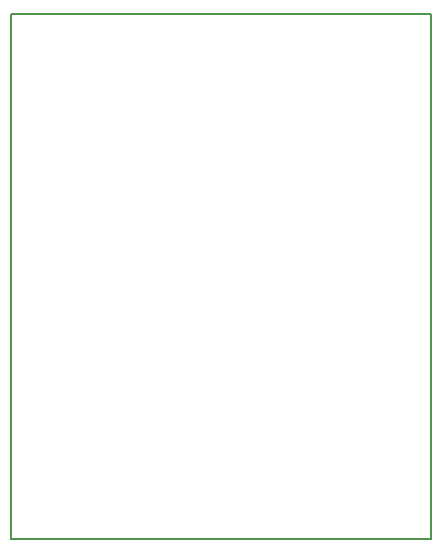
<source format=gko>
G04*
G04 #@! TF.GenerationSoftware,Altium Limited,Altium Designer,21.7.2 (23)*
G04*
G04 Layer_Color=16711935*
%FSLAX25Y25*%
%MOIN*%
G70*
G04*
G04 #@! TF.SameCoordinates,792C483E-89C0-4906-A524-1A3F29707EC7*
G04*
G04*
G04 #@! TF.FilePolarity,Positive*
G04*
G01*
G75*
%ADD18C,0.00600*%
%ADD180C,0.00000*%
D18*
X140000D01*
Y175000D01*
X0D02*
X140000D01*
X0Y0D02*
Y175000D01*
D180*
X140000Y0D02*
Y175000D01*
X0Y0D02*
Y175000D01*
Y0D02*
X140000D01*
M02*

</source>
